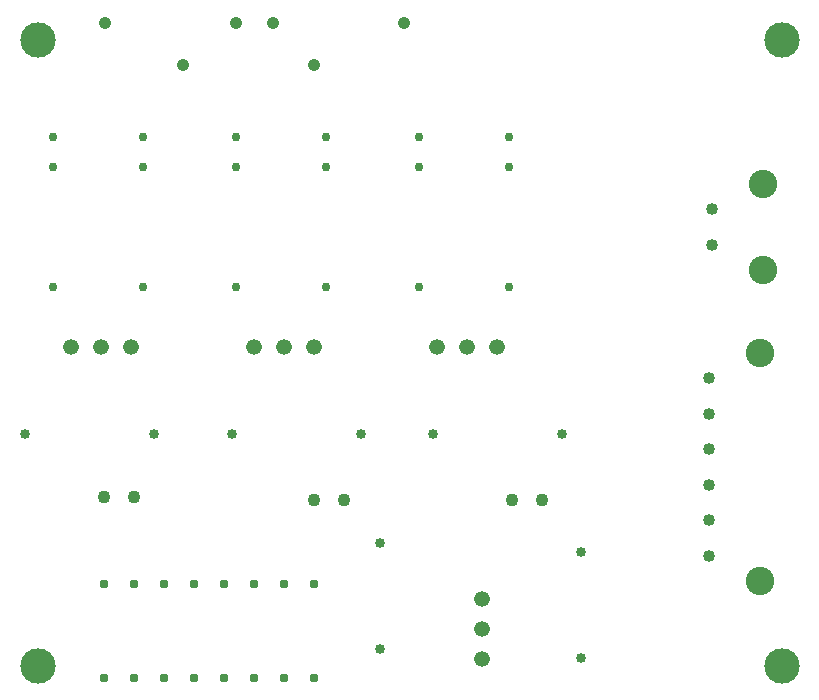
<source format=gbr>
%TF.GenerationSoftware,Altium Limited,Altium Designer,25.1.2 (22)*%
G04 Layer_Color=0*
%FSLAX45Y45*%
%MOMM*%
%TF.SameCoordinates,40A9CBEC-A2F6-451D-B56F-574927FC8DEB*%
%TF.FilePolarity,Positive*%
%TF.FileFunction,Plated,1,2,PTH,Drill*%
%TF.Part,Single*%
G01*
G75*
%TA.AperFunction,ComponentDrill*%
%ADD45C,1.05000*%
%ADD46C,1.02000*%
%ADD47C,2.41000*%
%ADD48C,0.85000*%
%ADD49C,0.76200*%
%ADD50C,1.10000*%
%ADD51C,0.85000*%
%ADD52C,1.34000*%
%ADD53C,1.34000*%
%TA.AperFunction,OtherDrill,Pad Free-6 (3.5mm,3.5mm)*%
%ADD54C,3.00000*%
%TA.AperFunction,OtherDrill,Pad Free-5 (66.5mm,3.5mm)*%
%ADD55C,3.00000*%
%TA.AperFunction,OtherDrill,Pad Free-4 (66.5mm,56.5mm)*%
%ADD56C,3.00000*%
%TA.AperFunction,OtherDrill,Pad Free-3 (3.5mm,56.5mm)*%
%ADD57C,3.00000*%
%TA.AperFunction,ComponentDrill*%
%ADD58C,0.78000*%
D45*
X2690602Y5435600D02*
D03*
X1576598D02*
D03*
X916198Y5791200D02*
D03*
X2030202D02*
D03*
X2338598D02*
D03*
X3452602D02*
D03*
D46*
X6054600Y3914000D02*
D03*
Y4214000D02*
D03*
X6029200Y1282000D02*
D03*
Y1582000D02*
D03*
Y1882000D02*
D03*
Y2182000D02*
D03*
Y2482000D02*
D03*
Y2782000D02*
D03*
D47*
X6486600Y4429000D02*
D03*
Y3699000D02*
D03*
X6461200Y2997000D02*
D03*
Y1067000D02*
D03*
D48*
X4791801Y2311400D02*
D03*
X3691799D02*
D03*
X3089998D02*
D03*
X1990000D02*
D03*
X237399D02*
D03*
X1337401D02*
D03*
D49*
X2794000Y4826000D02*
D03*
Y4572000D02*
D03*
Y3556000D02*
D03*
X2032000D02*
D03*
Y4572000D02*
D03*
Y4826000D02*
D03*
X4343400D02*
D03*
Y4572000D02*
D03*
Y3556000D02*
D03*
X3581400D02*
D03*
Y4572000D02*
D03*
Y4826000D02*
D03*
X1244600D02*
D03*
Y4572000D02*
D03*
Y3556000D02*
D03*
X482600D02*
D03*
Y4572000D02*
D03*
Y4826000D02*
D03*
D50*
X4622800Y1752600D02*
D03*
X4368800D02*
D03*
X914400Y1778000D02*
D03*
X1168400D02*
D03*
X2692399Y1752600D02*
D03*
X2946399D02*
D03*
D51*
X3251200Y1389800D02*
D03*
Y489800D02*
D03*
X4953000Y413600D02*
D03*
Y1313600D02*
D03*
D52*
X4114800Y914400D02*
D03*
Y660400D02*
D03*
Y406400D02*
D03*
D53*
X3733800Y3048000D02*
D03*
X3987800D02*
D03*
X4241800D02*
D03*
X635000D02*
D03*
X889000D02*
D03*
X1143000D02*
D03*
X2184400D02*
D03*
X2438400D02*
D03*
X2692400D02*
D03*
D54*
X350002Y350002D02*
D03*
D55*
X6649999D02*
D03*
D56*
Y5650001D02*
D03*
D57*
X350002D02*
D03*
D58*
X914400Y1041400D02*
D03*
X1168400D02*
D03*
X1422400D02*
D03*
X1676400D02*
D03*
X1930400D02*
D03*
X2184400D02*
D03*
X2438400D02*
D03*
X2692400D02*
D03*
Y247401D02*
D03*
X2438400D02*
D03*
X2184400D02*
D03*
X1930400D02*
D03*
X1676400D02*
D03*
X1422400D02*
D03*
X1168400D02*
D03*
X914400D02*
D03*
%TF.MD5,37bf15927fd138fc8edf3c922a3ced62*%
M02*

</source>
